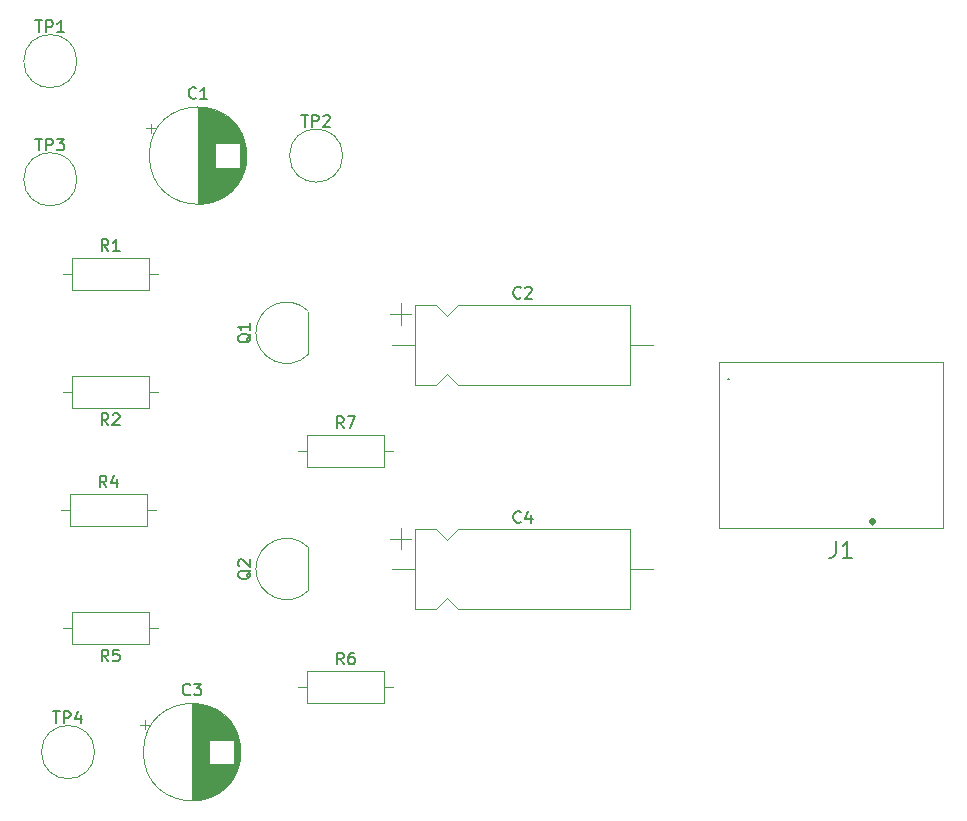
<source format=gbr>
%TF.GenerationSoftware,KiCad,Pcbnew,9.0.2*%
%TF.CreationDate,2025-06-19T00:07:16-03:00*%
%TF.ProjectId,emitterFollower,656d6974-7465-4724-966f-6c6c6f776572,rev?*%
%TF.SameCoordinates,Original*%
%TF.FileFunction,Legend,Top*%
%TF.FilePolarity,Positive*%
%FSLAX46Y46*%
G04 Gerber Fmt 4.6, Leading zero omitted, Abs format (unit mm)*
G04 Created by KiCad (PCBNEW 9.0.2) date 2025-06-19 00:07:16*
%MOMM*%
%LPD*%
G01*
G04 APERTURE LIST*
%ADD10C,0.150000*%
%ADD11C,0.100000*%
%ADD12C,0.340000*%
%ADD13C,0.127000*%
%ADD14C,0.120000*%
G04 APERTURE END LIST*
D10*
X171485040Y-72637462D02*
X171485040Y-73638519D01*
X171485040Y-73638519D02*
X171418303Y-73838730D01*
X171418303Y-73838730D02*
X171284829Y-73972205D01*
X171284829Y-73972205D02*
X171084617Y-74038942D01*
X171084617Y-74038942D02*
X170951143Y-74038942D01*
X172886520Y-74038942D02*
X172085674Y-74038942D01*
X172486097Y-74038942D02*
X172486097Y-72637462D01*
X172486097Y-72637462D02*
X172352623Y-72837673D01*
X172352623Y-72837673D02*
X172219148Y-72971147D01*
X172219148Y-72971147D02*
X172085674Y-73037885D01*
X105238095Y-87056819D02*
X105809523Y-87056819D01*
X105523809Y-88056819D02*
X105523809Y-87056819D01*
X106142857Y-88056819D02*
X106142857Y-87056819D01*
X106142857Y-87056819D02*
X106523809Y-87056819D01*
X106523809Y-87056819D02*
X106619047Y-87104438D01*
X106619047Y-87104438D02*
X106666666Y-87152057D01*
X106666666Y-87152057D02*
X106714285Y-87247295D01*
X106714285Y-87247295D02*
X106714285Y-87390152D01*
X106714285Y-87390152D02*
X106666666Y-87485390D01*
X106666666Y-87485390D02*
X106619047Y-87533009D01*
X106619047Y-87533009D02*
X106523809Y-87580628D01*
X106523809Y-87580628D02*
X106142857Y-87580628D01*
X107571428Y-87390152D02*
X107571428Y-88056819D01*
X107333333Y-87009200D02*
X107095238Y-87723485D01*
X107095238Y-87723485D02*
X107714285Y-87723485D01*
X116833333Y-85609580D02*
X116785714Y-85657200D01*
X116785714Y-85657200D02*
X116642857Y-85704819D01*
X116642857Y-85704819D02*
X116547619Y-85704819D01*
X116547619Y-85704819D02*
X116404762Y-85657200D01*
X116404762Y-85657200D02*
X116309524Y-85561961D01*
X116309524Y-85561961D02*
X116261905Y-85466723D01*
X116261905Y-85466723D02*
X116214286Y-85276247D01*
X116214286Y-85276247D02*
X116214286Y-85133390D01*
X116214286Y-85133390D02*
X116261905Y-84942914D01*
X116261905Y-84942914D02*
X116309524Y-84847676D01*
X116309524Y-84847676D02*
X116404762Y-84752438D01*
X116404762Y-84752438D02*
X116547619Y-84704819D01*
X116547619Y-84704819D02*
X116642857Y-84704819D01*
X116642857Y-84704819D02*
X116785714Y-84752438D01*
X116785714Y-84752438D02*
X116833333Y-84800057D01*
X117166667Y-84704819D02*
X117785714Y-84704819D01*
X117785714Y-84704819D02*
X117452381Y-85085771D01*
X117452381Y-85085771D02*
X117595238Y-85085771D01*
X117595238Y-85085771D02*
X117690476Y-85133390D01*
X117690476Y-85133390D02*
X117738095Y-85181009D01*
X117738095Y-85181009D02*
X117785714Y-85276247D01*
X117785714Y-85276247D02*
X117785714Y-85514342D01*
X117785714Y-85514342D02*
X117738095Y-85609580D01*
X117738095Y-85609580D02*
X117690476Y-85657200D01*
X117690476Y-85657200D02*
X117595238Y-85704819D01*
X117595238Y-85704819D02*
X117309524Y-85704819D01*
X117309524Y-85704819D02*
X117214286Y-85657200D01*
X117214286Y-85657200D02*
X117166667Y-85609580D01*
X129833333Y-63084819D02*
X129500000Y-62608628D01*
X129261905Y-63084819D02*
X129261905Y-62084819D01*
X129261905Y-62084819D02*
X129642857Y-62084819D01*
X129642857Y-62084819D02*
X129738095Y-62132438D01*
X129738095Y-62132438D02*
X129785714Y-62180057D01*
X129785714Y-62180057D02*
X129833333Y-62275295D01*
X129833333Y-62275295D02*
X129833333Y-62418152D01*
X129833333Y-62418152D02*
X129785714Y-62513390D01*
X129785714Y-62513390D02*
X129738095Y-62561009D01*
X129738095Y-62561009D02*
X129642857Y-62608628D01*
X129642857Y-62608628D02*
X129261905Y-62608628D01*
X130166667Y-62084819D02*
X130833333Y-62084819D01*
X130833333Y-62084819D02*
X130404762Y-63084819D01*
X121990057Y-55095238D02*
X121942438Y-55190476D01*
X121942438Y-55190476D02*
X121847200Y-55285714D01*
X121847200Y-55285714D02*
X121704342Y-55428571D01*
X121704342Y-55428571D02*
X121656723Y-55523809D01*
X121656723Y-55523809D02*
X121656723Y-55619047D01*
X121894819Y-55571428D02*
X121847200Y-55666666D01*
X121847200Y-55666666D02*
X121751961Y-55761904D01*
X121751961Y-55761904D02*
X121561485Y-55809523D01*
X121561485Y-55809523D02*
X121228152Y-55809523D01*
X121228152Y-55809523D02*
X121037676Y-55761904D01*
X121037676Y-55761904D02*
X120942438Y-55666666D01*
X120942438Y-55666666D02*
X120894819Y-55571428D01*
X120894819Y-55571428D02*
X120894819Y-55380952D01*
X120894819Y-55380952D02*
X120942438Y-55285714D01*
X120942438Y-55285714D02*
X121037676Y-55190476D01*
X121037676Y-55190476D02*
X121228152Y-55142857D01*
X121228152Y-55142857D02*
X121561485Y-55142857D01*
X121561485Y-55142857D02*
X121751961Y-55190476D01*
X121751961Y-55190476D02*
X121847200Y-55285714D01*
X121847200Y-55285714D02*
X121894819Y-55380952D01*
X121894819Y-55380952D02*
X121894819Y-55571428D01*
X121894819Y-54190476D02*
X121894819Y-54761904D01*
X121894819Y-54476190D02*
X120894819Y-54476190D01*
X120894819Y-54476190D02*
X121037676Y-54571428D01*
X121037676Y-54571428D02*
X121132914Y-54666666D01*
X121132914Y-54666666D02*
X121180533Y-54761904D01*
X121990057Y-75095238D02*
X121942438Y-75190476D01*
X121942438Y-75190476D02*
X121847200Y-75285714D01*
X121847200Y-75285714D02*
X121704342Y-75428571D01*
X121704342Y-75428571D02*
X121656723Y-75523809D01*
X121656723Y-75523809D02*
X121656723Y-75619047D01*
X121894819Y-75571428D02*
X121847200Y-75666666D01*
X121847200Y-75666666D02*
X121751961Y-75761904D01*
X121751961Y-75761904D02*
X121561485Y-75809523D01*
X121561485Y-75809523D02*
X121228152Y-75809523D01*
X121228152Y-75809523D02*
X121037676Y-75761904D01*
X121037676Y-75761904D02*
X120942438Y-75666666D01*
X120942438Y-75666666D02*
X120894819Y-75571428D01*
X120894819Y-75571428D02*
X120894819Y-75380952D01*
X120894819Y-75380952D02*
X120942438Y-75285714D01*
X120942438Y-75285714D02*
X121037676Y-75190476D01*
X121037676Y-75190476D02*
X121228152Y-75142857D01*
X121228152Y-75142857D02*
X121561485Y-75142857D01*
X121561485Y-75142857D02*
X121751961Y-75190476D01*
X121751961Y-75190476D02*
X121847200Y-75285714D01*
X121847200Y-75285714D02*
X121894819Y-75380952D01*
X121894819Y-75380952D02*
X121894819Y-75571428D01*
X120990057Y-74761904D02*
X120942438Y-74714285D01*
X120942438Y-74714285D02*
X120894819Y-74619047D01*
X120894819Y-74619047D02*
X120894819Y-74380952D01*
X120894819Y-74380952D02*
X120942438Y-74285714D01*
X120942438Y-74285714D02*
X120990057Y-74238095D01*
X120990057Y-74238095D02*
X121085295Y-74190476D01*
X121085295Y-74190476D02*
X121180533Y-74190476D01*
X121180533Y-74190476D02*
X121323390Y-74238095D01*
X121323390Y-74238095D02*
X121894819Y-74809523D01*
X121894819Y-74809523D02*
X121894819Y-74190476D01*
X103738095Y-38556819D02*
X104309523Y-38556819D01*
X104023809Y-39556819D02*
X104023809Y-38556819D01*
X104642857Y-39556819D02*
X104642857Y-38556819D01*
X104642857Y-38556819D02*
X105023809Y-38556819D01*
X105023809Y-38556819D02*
X105119047Y-38604438D01*
X105119047Y-38604438D02*
X105166666Y-38652057D01*
X105166666Y-38652057D02*
X105214285Y-38747295D01*
X105214285Y-38747295D02*
X105214285Y-38890152D01*
X105214285Y-38890152D02*
X105166666Y-38985390D01*
X105166666Y-38985390D02*
X105119047Y-39033009D01*
X105119047Y-39033009D02*
X105023809Y-39080628D01*
X105023809Y-39080628D02*
X104642857Y-39080628D01*
X105547619Y-38556819D02*
X106166666Y-38556819D01*
X106166666Y-38556819D02*
X105833333Y-38937771D01*
X105833333Y-38937771D02*
X105976190Y-38937771D01*
X105976190Y-38937771D02*
X106071428Y-38985390D01*
X106071428Y-38985390D02*
X106119047Y-39033009D01*
X106119047Y-39033009D02*
X106166666Y-39128247D01*
X106166666Y-39128247D02*
X106166666Y-39366342D01*
X106166666Y-39366342D02*
X106119047Y-39461580D01*
X106119047Y-39461580D02*
X106071428Y-39509200D01*
X106071428Y-39509200D02*
X105976190Y-39556819D01*
X105976190Y-39556819D02*
X105690476Y-39556819D01*
X105690476Y-39556819D02*
X105595238Y-39509200D01*
X105595238Y-39509200D02*
X105547619Y-39461580D01*
X126238095Y-36556819D02*
X126809523Y-36556819D01*
X126523809Y-37556819D02*
X126523809Y-36556819D01*
X127142857Y-37556819D02*
X127142857Y-36556819D01*
X127142857Y-36556819D02*
X127523809Y-36556819D01*
X127523809Y-36556819D02*
X127619047Y-36604438D01*
X127619047Y-36604438D02*
X127666666Y-36652057D01*
X127666666Y-36652057D02*
X127714285Y-36747295D01*
X127714285Y-36747295D02*
X127714285Y-36890152D01*
X127714285Y-36890152D02*
X127666666Y-36985390D01*
X127666666Y-36985390D02*
X127619047Y-37033009D01*
X127619047Y-37033009D02*
X127523809Y-37080628D01*
X127523809Y-37080628D02*
X127142857Y-37080628D01*
X128095238Y-36652057D02*
X128142857Y-36604438D01*
X128142857Y-36604438D02*
X128238095Y-36556819D01*
X128238095Y-36556819D02*
X128476190Y-36556819D01*
X128476190Y-36556819D02*
X128571428Y-36604438D01*
X128571428Y-36604438D02*
X128619047Y-36652057D01*
X128619047Y-36652057D02*
X128666666Y-36747295D01*
X128666666Y-36747295D02*
X128666666Y-36842533D01*
X128666666Y-36842533D02*
X128619047Y-36985390D01*
X128619047Y-36985390D02*
X128047619Y-37556819D01*
X128047619Y-37556819D02*
X128666666Y-37556819D01*
X103738095Y-28556819D02*
X104309523Y-28556819D01*
X104023809Y-29556819D02*
X104023809Y-28556819D01*
X104642857Y-29556819D02*
X104642857Y-28556819D01*
X104642857Y-28556819D02*
X105023809Y-28556819D01*
X105023809Y-28556819D02*
X105119047Y-28604438D01*
X105119047Y-28604438D02*
X105166666Y-28652057D01*
X105166666Y-28652057D02*
X105214285Y-28747295D01*
X105214285Y-28747295D02*
X105214285Y-28890152D01*
X105214285Y-28890152D02*
X105166666Y-28985390D01*
X105166666Y-28985390D02*
X105119047Y-29033009D01*
X105119047Y-29033009D02*
X105023809Y-29080628D01*
X105023809Y-29080628D02*
X104642857Y-29080628D01*
X106166666Y-29556819D02*
X105595238Y-29556819D01*
X105880952Y-29556819D02*
X105880952Y-28556819D01*
X105880952Y-28556819D02*
X105785714Y-28699676D01*
X105785714Y-28699676D02*
X105690476Y-28794914D01*
X105690476Y-28794914D02*
X105595238Y-28842533D01*
X129833333Y-83084819D02*
X129500000Y-82608628D01*
X129261905Y-83084819D02*
X129261905Y-82084819D01*
X129261905Y-82084819D02*
X129642857Y-82084819D01*
X129642857Y-82084819D02*
X129738095Y-82132438D01*
X129738095Y-82132438D02*
X129785714Y-82180057D01*
X129785714Y-82180057D02*
X129833333Y-82275295D01*
X129833333Y-82275295D02*
X129833333Y-82418152D01*
X129833333Y-82418152D02*
X129785714Y-82513390D01*
X129785714Y-82513390D02*
X129738095Y-82561009D01*
X129738095Y-82561009D02*
X129642857Y-82608628D01*
X129642857Y-82608628D02*
X129261905Y-82608628D01*
X130690476Y-82084819D02*
X130500000Y-82084819D01*
X130500000Y-82084819D02*
X130404762Y-82132438D01*
X130404762Y-82132438D02*
X130357143Y-82180057D01*
X130357143Y-82180057D02*
X130261905Y-82322914D01*
X130261905Y-82322914D02*
X130214286Y-82513390D01*
X130214286Y-82513390D02*
X130214286Y-82894342D01*
X130214286Y-82894342D02*
X130261905Y-82989580D01*
X130261905Y-82989580D02*
X130309524Y-83037200D01*
X130309524Y-83037200D02*
X130404762Y-83084819D01*
X130404762Y-83084819D02*
X130595238Y-83084819D01*
X130595238Y-83084819D02*
X130690476Y-83037200D01*
X130690476Y-83037200D02*
X130738095Y-82989580D01*
X130738095Y-82989580D02*
X130785714Y-82894342D01*
X130785714Y-82894342D02*
X130785714Y-82656247D01*
X130785714Y-82656247D02*
X130738095Y-82561009D01*
X130738095Y-82561009D02*
X130690476Y-82513390D01*
X130690476Y-82513390D02*
X130595238Y-82465771D01*
X130595238Y-82465771D02*
X130404762Y-82465771D01*
X130404762Y-82465771D02*
X130309524Y-82513390D01*
X130309524Y-82513390D02*
X130261905Y-82561009D01*
X130261905Y-82561009D02*
X130214286Y-82656247D01*
X109913333Y-82824819D02*
X109580000Y-82348628D01*
X109341905Y-82824819D02*
X109341905Y-81824819D01*
X109341905Y-81824819D02*
X109722857Y-81824819D01*
X109722857Y-81824819D02*
X109818095Y-81872438D01*
X109818095Y-81872438D02*
X109865714Y-81920057D01*
X109865714Y-81920057D02*
X109913333Y-82015295D01*
X109913333Y-82015295D02*
X109913333Y-82158152D01*
X109913333Y-82158152D02*
X109865714Y-82253390D01*
X109865714Y-82253390D02*
X109818095Y-82301009D01*
X109818095Y-82301009D02*
X109722857Y-82348628D01*
X109722857Y-82348628D02*
X109341905Y-82348628D01*
X110818095Y-81824819D02*
X110341905Y-81824819D01*
X110341905Y-81824819D02*
X110294286Y-82301009D01*
X110294286Y-82301009D02*
X110341905Y-82253390D01*
X110341905Y-82253390D02*
X110437143Y-82205771D01*
X110437143Y-82205771D02*
X110675238Y-82205771D01*
X110675238Y-82205771D02*
X110770476Y-82253390D01*
X110770476Y-82253390D02*
X110818095Y-82301009D01*
X110818095Y-82301009D02*
X110865714Y-82396247D01*
X110865714Y-82396247D02*
X110865714Y-82634342D01*
X110865714Y-82634342D02*
X110818095Y-82729580D01*
X110818095Y-82729580D02*
X110770476Y-82777200D01*
X110770476Y-82777200D02*
X110675238Y-82824819D01*
X110675238Y-82824819D02*
X110437143Y-82824819D01*
X110437143Y-82824819D02*
X110341905Y-82777200D01*
X110341905Y-82777200D02*
X110294286Y-82729580D01*
X109753333Y-68084819D02*
X109420000Y-67608628D01*
X109181905Y-68084819D02*
X109181905Y-67084819D01*
X109181905Y-67084819D02*
X109562857Y-67084819D01*
X109562857Y-67084819D02*
X109658095Y-67132438D01*
X109658095Y-67132438D02*
X109705714Y-67180057D01*
X109705714Y-67180057D02*
X109753333Y-67275295D01*
X109753333Y-67275295D02*
X109753333Y-67418152D01*
X109753333Y-67418152D02*
X109705714Y-67513390D01*
X109705714Y-67513390D02*
X109658095Y-67561009D01*
X109658095Y-67561009D02*
X109562857Y-67608628D01*
X109562857Y-67608628D02*
X109181905Y-67608628D01*
X110610476Y-67418152D02*
X110610476Y-68084819D01*
X110372381Y-67037200D02*
X110134286Y-67751485D01*
X110134286Y-67751485D02*
X110753333Y-67751485D01*
X109913333Y-62824819D02*
X109580000Y-62348628D01*
X109341905Y-62824819D02*
X109341905Y-61824819D01*
X109341905Y-61824819D02*
X109722857Y-61824819D01*
X109722857Y-61824819D02*
X109818095Y-61872438D01*
X109818095Y-61872438D02*
X109865714Y-61920057D01*
X109865714Y-61920057D02*
X109913333Y-62015295D01*
X109913333Y-62015295D02*
X109913333Y-62158152D01*
X109913333Y-62158152D02*
X109865714Y-62253390D01*
X109865714Y-62253390D02*
X109818095Y-62301009D01*
X109818095Y-62301009D02*
X109722857Y-62348628D01*
X109722857Y-62348628D02*
X109341905Y-62348628D01*
X110294286Y-61920057D02*
X110341905Y-61872438D01*
X110341905Y-61872438D02*
X110437143Y-61824819D01*
X110437143Y-61824819D02*
X110675238Y-61824819D01*
X110675238Y-61824819D02*
X110770476Y-61872438D01*
X110770476Y-61872438D02*
X110818095Y-61920057D01*
X110818095Y-61920057D02*
X110865714Y-62015295D01*
X110865714Y-62015295D02*
X110865714Y-62110533D01*
X110865714Y-62110533D02*
X110818095Y-62253390D01*
X110818095Y-62253390D02*
X110246667Y-62824819D01*
X110246667Y-62824819D02*
X110865714Y-62824819D01*
X109913333Y-48084819D02*
X109580000Y-47608628D01*
X109341905Y-48084819D02*
X109341905Y-47084819D01*
X109341905Y-47084819D02*
X109722857Y-47084819D01*
X109722857Y-47084819D02*
X109818095Y-47132438D01*
X109818095Y-47132438D02*
X109865714Y-47180057D01*
X109865714Y-47180057D02*
X109913333Y-47275295D01*
X109913333Y-47275295D02*
X109913333Y-47418152D01*
X109913333Y-47418152D02*
X109865714Y-47513390D01*
X109865714Y-47513390D02*
X109818095Y-47561009D01*
X109818095Y-47561009D02*
X109722857Y-47608628D01*
X109722857Y-47608628D02*
X109341905Y-47608628D01*
X110865714Y-48084819D02*
X110294286Y-48084819D01*
X110580000Y-48084819D02*
X110580000Y-47084819D01*
X110580000Y-47084819D02*
X110484762Y-47227676D01*
X110484762Y-47227676D02*
X110389524Y-47322914D01*
X110389524Y-47322914D02*
X110294286Y-47370533D01*
X144833333Y-71007080D02*
X144785714Y-71054700D01*
X144785714Y-71054700D02*
X144642857Y-71102319D01*
X144642857Y-71102319D02*
X144547619Y-71102319D01*
X144547619Y-71102319D02*
X144404762Y-71054700D01*
X144404762Y-71054700D02*
X144309524Y-70959461D01*
X144309524Y-70959461D02*
X144261905Y-70864223D01*
X144261905Y-70864223D02*
X144214286Y-70673747D01*
X144214286Y-70673747D02*
X144214286Y-70530890D01*
X144214286Y-70530890D02*
X144261905Y-70340414D01*
X144261905Y-70340414D02*
X144309524Y-70245176D01*
X144309524Y-70245176D02*
X144404762Y-70149938D01*
X144404762Y-70149938D02*
X144547619Y-70102319D01*
X144547619Y-70102319D02*
X144642857Y-70102319D01*
X144642857Y-70102319D02*
X144785714Y-70149938D01*
X144785714Y-70149938D02*
X144833333Y-70197557D01*
X145690476Y-70435652D02*
X145690476Y-71102319D01*
X145452381Y-70054700D02*
X145214286Y-70768985D01*
X145214286Y-70768985D02*
X145833333Y-70768985D01*
X144833333Y-52007080D02*
X144785714Y-52054700D01*
X144785714Y-52054700D02*
X144642857Y-52102319D01*
X144642857Y-52102319D02*
X144547619Y-52102319D01*
X144547619Y-52102319D02*
X144404762Y-52054700D01*
X144404762Y-52054700D02*
X144309524Y-51959461D01*
X144309524Y-51959461D02*
X144261905Y-51864223D01*
X144261905Y-51864223D02*
X144214286Y-51673747D01*
X144214286Y-51673747D02*
X144214286Y-51530890D01*
X144214286Y-51530890D02*
X144261905Y-51340414D01*
X144261905Y-51340414D02*
X144309524Y-51245176D01*
X144309524Y-51245176D02*
X144404762Y-51149938D01*
X144404762Y-51149938D02*
X144547619Y-51102319D01*
X144547619Y-51102319D02*
X144642857Y-51102319D01*
X144642857Y-51102319D02*
X144785714Y-51149938D01*
X144785714Y-51149938D02*
X144833333Y-51197557D01*
X145214286Y-51197557D02*
X145261905Y-51149938D01*
X145261905Y-51149938D02*
X145357143Y-51102319D01*
X145357143Y-51102319D02*
X145595238Y-51102319D01*
X145595238Y-51102319D02*
X145690476Y-51149938D01*
X145690476Y-51149938D02*
X145738095Y-51197557D01*
X145738095Y-51197557D02*
X145785714Y-51292795D01*
X145785714Y-51292795D02*
X145785714Y-51388033D01*
X145785714Y-51388033D02*
X145738095Y-51530890D01*
X145738095Y-51530890D02*
X145166667Y-52102319D01*
X145166667Y-52102319D02*
X145785714Y-52102319D01*
X117333333Y-35109580D02*
X117285714Y-35157200D01*
X117285714Y-35157200D02*
X117142857Y-35204819D01*
X117142857Y-35204819D02*
X117047619Y-35204819D01*
X117047619Y-35204819D02*
X116904762Y-35157200D01*
X116904762Y-35157200D02*
X116809524Y-35061961D01*
X116809524Y-35061961D02*
X116761905Y-34966723D01*
X116761905Y-34966723D02*
X116714286Y-34776247D01*
X116714286Y-34776247D02*
X116714286Y-34633390D01*
X116714286Y-34633390D02*
X116761905Y-34442914D01*
X116761905Y-34442914D02*
X116809524Y-34347676D01*
X116809524Y-34347676D02*
X116904762Y-34252438D01*
X116904762Y-34252438D02*
X117047619Y-34204819D01*
X117047619Y-34204819D02*
X117142857Y-34204819D01*
X117142857Y-34204819D02*
X117285714Y-34252438D01*
X117285714Y-34252438D02*
X117333333Y-34300057D01*
X118285714Y-35204819D02*
X117714286Y-35204819D01*
X118000000Y-35204819D02*
X118000000Y-34204819D01*
X118000000Y-34204819D02*
X117904762Y-34347676D01*
X117904762Y-34347676D02*
X117809524Y-34442914D01*
X117809524Y-34442914D02*
X117714286Y-34490533D01*
%TO.C,J1*%
D11*
X180600000Y-71500000D02*
X161600000Y-71500000D01*
X161600000Y-57500000D01*
X180600000Y-57500000D01*
X180600000Y-71500000D01*
D12*
X174770000Y-71000000D02*
G75*
G02*
X174430000Y-71000000I-170000J0D01*
G01*
X174430000Y-71000000D02*
G75*
G02*
X174770000Y-71000000I170000J0D01*
G01*
D13*
X162400000Y-58950000D02*
X162500000Y-58950000D01*
D14*
%TO.C,TP4*%
X108750000Y-90500000D02*
G75*
G02*
X104250000Y-90500000I-2250000J0D01*
G01*
X104250000Y-90500000D02*
G75*
G02*
X108750000Y-90500000I2250000J0D01*
G01*
%TO.C,C3*%
X112590302Y-88185000D02*
X113390302Y-88185000D01*
X112990302Y-87785000D02*
X112990302Y-88585000D01*
X117000000Y-86420000D02*
X117000000Y-94580000D01*
X117040000Y-86420000D02*
X117040000Y-94580000D01*
X117080000Y-86421000D02*
X117080000Y-94579000D01*
X117120000Y-86422000D02*
X117120000Y-94578000D01*
X117160000Y-86423000D02*
X117160000Y-94577000D01*
X117200000Y-86425000D02*
X117200000Y-94575000D01*
X117240000Y-86427000D02*
X117240000Y-94573000D01*
X117280000Y-86430000D02*
X117280000Y-94570000D01*
X117320000Y-86432000D02*
X117320000Y-94568000D01*
X117360000Y-86436000D02*
X117360000Y-94564000D01*
X117400000Y-86439000D02*
X117400000Y-94561000D01*
X117440000Y-86444000D02*
X117440000Y-94556000D01*
X117480000Y-86448000D02*
X117480000Y-94552000D01*
X117520000Y-86453000D02*
X117520000Y-94547000D01*
X117560000Y-86458000D02*
X117560000Y-94542000D01*
X117600000Y-86464000D02*
X117600000Y-94536000D01*
X117640000Y-86470000D02*
X117640000Y-94530000D01*
X117680000Y-86477000D02*
X117680000Y-94523000D01*
X117720000Y-86483000D02*
X117720000Y-94517000D01*
X117760000Y-86491000D02*
X117760000Y-94509000D01*
X117800000Y-86498000D02*
X117800000Y-94502000D01*
X117840000Y-86507000D02*
X117840000Y-94493000D01*
X117880000Y-86515000D02*
X117880000Y-94485000D01*
X117920000Y-86524000D02*
X117920000Y-94476000D01*
X117960000Y-86533000D02*
X117960000Y-94467000D01*
X118000000Y-86543000D02*
X118000000Y-94457000D01*
X118040000Y-86553000D02*
X118040000Y-94447000D01*
X118080000Y-86564000D02*
X118080000Y-94436000D01*
X118120000Y-86575000D02*
X118120000Y-94425000D01*
X118160000Y-86587000D02*
X118160000Y-94413000D01*
X118200000Y-86599000D02*
X118200000Y-94401000D01*
X118240000Y-86611000D02*
X118240000Y-94389000D01*
X118280000Y-86624000D02*
X118280000Y-94376000D01*
X118320000Y-86637000D02*
X118320000Y-94363000D01*
X118360000Y-86651000D02*
X118360000Y-94349000D01*
X118400000Y-86665000D02*
X118400000Y-94335000D01*
X118440000Y-86680000D02*
X118440000Y-94320000D01*
X118480000Y-86695000D02*
X118480000Y-89460000D01*
X118480000Y-91540000D02*
X118480000Y-94305000D01*
X118520000Y-86711000D02*
X118520000Y-89460000D01*
X118520000Y-91540000D02*
X118520000Y-94289000D01*
X118560000Y-86727000D02*
X118560000Y-89460000D01*
X118560000Y-91540000D02*
X118560000Y-94273000D01*
X118600000Y-86743000D02*
X118600000Y-89460000D01*
X118600000Y-91540000D02*
X118600000Y-94257000D01*
X118640000Y-86760000D02*
X118640000Y-89460000D01*
X118640000Y-91540000D02*
X118640000Y-94240000D01*
X118680000Y-86778000D02*
X118680000Y-89460000D01*
X118680000Y-91540000D02*
X118680000Y-94222000D01*
X118720000Y-86796000D02*
X118720000Y-89460000D01*
X118720000Y-91540000D02*
X118720000Y-94204000D01*
X118760000Y-86815000D02*
X118760000Y-89460000D01*
X118760000Y-91540000D02*
X118760000Y-94185000D01*
X118800000Y-86834000D02*
X118800000Y-89460000D01*
X118800000Y-91540000D02*
X118800000Y-94166000D01*
X118840000Y-86854000D02*
X118840000Y-89460000D01*
X118840000Y-91540000D02*
X118840000Y-94146000D01*
X118880000Y-86874000D02*
X118880000Y-89460000D01*
X118880000Y-91540000D02*
X118880000Y-94126000D01*
X118920000Y-86895000D02*
X118920000Y-89460000D01*
X118920000Y-91540000D02*
X118920000Y-94105000D01*
X118960000Y-86916000D02*
X118960000Y-89460000D01*
X118960000Y-91540000D02*
X118960000Y-94084000D01*
X119000000Y-86938000D02*
X119000000Y-89460000D01*
X119000000Y-91540000D02*
X119000000Y-94062000D01*
X119040000Y-86961000D02*
X119040000Y-89460000D01*
X119040000Y-91540000D02*
X119040000Y-94039000D01*
X119080000Y-86984000D02*
X119080000Y-89460000D01*
X119080000Y-91540000D02*
X119080000Y-94016000D01*
X119120000Y-87007000D02*
X119120000Y-89460000D01*
X119120000Y-91540000D02*
X119120000Y-93993000D01*
X119160000Y-87032000D02*
X119160000Y-89460000D01*
X119160000Y-91540000D02*
X119160000Y-93968000D01*
X119200000Y-87057000D02*
X119200000Y-89460000D01*
X119200000Y-91540000D02*
X119200000Y-93943000D01*
X119240000Y-87082000D02*
X119240000Y-89460000D01*
X119240000Y-91540000D02*
X119240000Y-93918000D01*
X119280000Y-87108000D02*
X119280000Y-89460000D01*
X119280000Y-91540000D02*
X119280000Y-93892000D01*
X119320000Y-87135000D02*
X119320000Y-89460000D01*
X119320000Y-91540000D02*
X119320000Y-93865000D01*
X119360000Y-87163000D02*
X119360000Y-89460000D01*
X119360000Y-91540000D02*
X119360000Y-93837000D01*
X119400000Y-87191000D02*
X119400000Y-89460000D01*
X119400000Y-91540000D02*
X119400000Y-93809000D01*
X119440000Y-87220000D02*
X119440000Y-89460000D01*
X119440000Y-91540000D02*
X119440000Y-93780000D01*
X119480000Y-87250000D02*
X119480000Y-89460000D01*
X119480000Y-91540000D02*
X119480000Y-93750000D01*
X119520000Y-87281000D02*
X119520000Y-89460000D01*
X119520000Y-91540000D02*
X119520000Y-93719000D01*
X119560000Y-87312000D02*
X119560000Y-89460000D01*
X119560000Y-91540000D02*
X119560000Y-93688000D01*
X119600000Y-87344000D02*
X119600000Y-89460000D01*
X119600000Y-91540000D02*
X119600000Y-93656000D01*
X119640000Y-87377000D02*
X119640000Y-89460000D01*
X119640000Y-91540000D02*
X119640000Y-93623000D01*
X119680000Y-87411000D02*
X119680000Y-89460000D01*
X119680000Y-91540000D02*
X119680000Y-93589000D01*
X119720000Y-87445000D02*
X119720000Y-89460000D01*
X119720000Y-91540000D02*
X119720000Y-93555000D01*
X119760000Y-87481000D02*
X119760000Y-89460000D01*
X119760000Y-91540000D02*
X119760000Y-93519000D01*
X119800000Y-87518000D02*
X119800000Y-89460000D01*
X119800000Y-91540000D02*
X119800000Y-93482000D01*
X119840000Y-87555000D02*
X119840000Y-89460000D01*
X119840000Y-91540000D02*
X119840000Y-93445000D01*
X119880000Y-87594000D02*
X119880000Y-89460000D01*
X119880000Y-91540000D02*
X119880000Y-93406000D01*
X119920000Y-87633000D02*
X119920000Y-89460000D01*
X119920000Y-91540000D02*
X119920000Y-93367000D01*
X119960000Y-87674000D02*
X119960000Y-89460000D01*
X119960000Y-91540000D02*
X119960000Y-93326000D01*
X120000000Y-87716000D02*
X120000000Y-89460000D01*
X120000000Y-91540000D02*
X120000000Y-93284000D01*
X120040000Y-87759000D02*
X120040000Y-89460000D01*
X120040000Y-91540000D02*
X120040000Y-93241000D01*
X120080000Y-87804000D02*
X120080000Y-89460000D01*
X120080000Y-91540000D02*
X120080000Y-93196000D01*
X120120000Y-87849000D02*
X120120000Y-89460000D01*
X120120000Y-91540000D02*
X120120000Y-93151000D01*
X120160000Y-87896000D02*
X120160000Y-89460000D01*
X120160000Y-91540000D02*
X120160000Y-93104000D01*
X120200000Y-87945000D02*
X120200000Y-89460000D01*
X120200000Y-91540000D02*
X120200000Y-93055000D01*
X120240000Y-87995000D02*
X120240000Y-89460000D01*
X120240000Y-91540000D02*
X120240000Y-93005000D01*
X120280000Y-88047000D02*
X120280000Y-89460000D01*
X120280000Y-91540000D02*
X120280000Y-92953000D01*
X120320000Y-88100000D02*
X120320000Y-89460000D01*
X120320000Y-91540000D02*
X120320000Y-92900000D01*
X120360000Y-88156000D02*
X120360000Y-89460000D01*
X120360000Y-91540000D02*
X120360000Y-92844000D01*
X120400000Y-88213000D02*
X120400000Y-89460000D01*
X120400000Y-91540000D02*
X120400000Y-92787000D01*
X120440000Y-88273000D02*
X120440000Y-89460000D01*
X120440000Y-91540000D02*
X120440000Y-92727000D01*
X120480000Y-88335000D02*
X120480000Y-89460000D01*
X120480000Y-91540000D02*
X120480000Y-92665000D01*
X120520000Y-88399000D02*
X120520000Y-89460000D01*
X120520000Y-91540000D02*
X120520000Y-92601000D01*
X120560000Y-88466000D02*
X120560000Y-92534000D01*
X120600000Y-88536000D02*
X120600000Y-92464000D01*
X120640000Y-88610000D02*
X120640000Y-92390000D01*
X120680000Y-88687000D02*
X120680000Y-92313000D01*
X120720000Y-88769000D02*
X120720000Y-92231000D01*
X120760000Y-88856000D02*
X120760000Y-92144000D01*
X120800000Y-88948000D02*
X120800000Y-92052000D01*
X120840000Y-89047000D02*
X120840000Y-91953000D01*
X120880000Y-89154000D02*
X120880000Y-91846000D01*
X120920000Y-89272000D02*
X120920000Y-91728000D01*
X120960000Y-89403000D02*
X120960000Y-91597000D01*
X121000000Y-89553000D02*
X121000000Y-91447000D01*
X121040000Y-89732000D02*
X121040000Y-91268000D01*
X121080000Y-89967000D02*
X121080000Y-91033000D01*
X121120000Y-90500000D02*
G75*
G02*
X112880000Y-90500000I-4120000J0D01*
G01*
X112880000Y-90500000D02*
G75*
G02*
X121120000Y-90500000I4120000J0D01*
G01*
%TO.C,R7*%
X125960000Y-65000000D02*
X126730000Y-65000000D01*
X134040000Y-65000000D02*
X133270000Y-65000000D01*
X126730000Y-63630000D02*
X133270000Y-63630000D01*
X133270000Y-66370000D01*
X126730000Y-66370000D01*
X126730000Y-63630000D01*
%TO.C,Q1*%
X126850000Y-56800000D02*
X126850000Y-53200000D01*
X126838478Y-56838478D02*
G75*
G02*
X122399999Y-55000000I-1838478J1838478D01*
G01*
X122400000Y-55000000D02*
G75*
G02*
X126838478Y-53161522I2600000J0D01*
G01*
%TO.C,Q2*%
X126850000Y-76800000D02*
X126850000Y-73200000D01*
X126838478Y-76838478D02*
G75*
G02*
X122399999Y-75000000I-1838478J1838478D01*
G01*
X122400000Y-75000000D02*
G75*
G02*
X126838478Y-73161522I2600000J0D01*
G01*
%TO.C,TP3*%
X107250000Y-42000000D02*
G75*
G02*
X102750000Y-42000000I-2250000J0D01*
G01*
X102750000Y-42000000D02*
G75*
G02*
X107250000Y-42000000I2250000J0D01*
G01*
%TO.C,TP2*%
X129750000Y-40000000D02*
G75*
G02*
X125250000Y-40000000I-2250000J0D01*
G01*
X125250000Y-40000000D02*
G75*
G02*
X129750000Y-40000000I2250000J0D01*
G01*
%TO.C,TP1*%
X107250000Y-32000000D02*
G75*
G02*
X102750000Y-32000000I-2250000J0D01*
G01*
X102750000Y-32000000D02*
G75*
G02*
X107250000Y-32000000I2250000J0D01*
G01*
%TO.C,R6*%
X125960000Y-85000000D02*
X126730000Y-85000000D01*
X134040000Y-85000000D02*
X133270000Y-85000000D01*
X126730000Y-83630000D02*
X133270000Y-83630000D01*
X133270000Y-86370000D01*
X126730000Y-86370000D01*
X126730000Y-83630000D01*
%TO.C,R5*%
X114120000Y-80000000D02*
X113350000Y-80000000D01*
X106040000Y-80000000D02*
X106810000Y-80000000D01*
X113350000Y-81370000D02*
X106810000Y-81370000D01*
X106810000Y-78630000D01*
X113350000Y-78630000D01*
X113350000Y-81370000D01*
%TO.C,R4*%
X105880000Y-70000000D02*
X106650000Y-70000000D01*
X113960000Y-70000000D02*
X113190000Y-70000000D01*
X106650000Y-68630000D02*
X113190000Y-68630000D01*
X113190000Y-71370000D01*
X106650000Y-71370000D01*
X106650000Y-68630000D01*
%TO.C,R2*%
X114120000Y-60000000D02*
X113350000Y-60000000D01*
X106040000Y-60000000D02*
X106810000Y-60000000D01*
X113350000Y-61370000D02*
X106810000Y-61370000D01*
X106810000Y-58630000D01*
X113350000Y-58630000D01*
X113350000Y-61370000D01*
%TO.C,R1*%
X106040000Y-50000000D02*
X106810000Y-50000000D01*
X114120000Y-50000000D02*
X113350000Y-50000000D01*
X106810000Y-48630000D02*
X113350000Y-48630000D01*
X113350000Y-51370000D01*
X106810000Y-51370000D01*
X106810000Y-48630000D01*
%TO.C,C4*%
X133780000Y-72417500D02*
X135580000Y-72417500D01*
X133940000Y-75017500D02*
X135880000Y-75017500D01*
X134680000Y-71517500D02*
X134680000Y-73317500D01*
X135880000Y-71647500D02*
X135880000Y-78387500D01*
X135880000Y-71647500D02*
X137680000Y-71647500D01*
X135880000Y-78387500D02*
X137680000Y-78387500D01*
X137680000Y-71647500D02*
X138580000Y-72547500D01*
X137680000Y-78387500D02*
X138580000Y-77487500D01*
X138580000Y-72547500D02*
X139480000Y-71647500D01*
X138580000Y-77487500D02*
X139480000Y-78387500D01*
X139480000Y-71647500D02*
X154120000Y-71647500D01*
X139480000Y-78387500D02*
X154120000Y-78387500D01*
X154120000Y-71647500D02*
X154120000Y-78387500D01*
X156060000Y-75017500D02*
X154120000Y-75017500D01*
%TO.C,C2*%
X133780000Y-53417500D02*
X135580000Y-53417500D01*
X133940000Y-56017500D02*
X135880000Y-56017500D01*
X134680000Y-52517500D02*
X134680000Y-54317500D01*
X135880000Y-52647500D02*
X135880000Y-59387500D01*
X135880000Y-52647500D02*
X137680000Y-52647500D01*
X135880000Y-59387500D02*
X137680000Y-59387500D01*
X137680000Y-52647500D02*
X138580000Y-53547500D01*
X137680000Y-59387500D02*
X138580000Y-58487500D01*
X138580000Y-53547500D02*
X139480000Y-52647500D01*
X138580000Y-58487500D02*
X139480000Y-59387500D01*
X139480000Y-52647500D02*
X154120000Y-52647500D01*
X139480000Y-59387500D02*
X154120000Y-59387500D01*
X154120000Y-52647500D02*
X154120000Y-59387500D01*
X156060000Y-56017500D02*
X154120000Y-56017500D01*
%TO.C,C1*%
X113090302Y-37685000D02*
X113890302Y-37685000D01*
X113490302Y-37285000D02*
X113490302Y-38085000D01*
X117500000Y-35920000D02*
X117500000Y-44080000D01*
X117540000Y-35920000D02*
X117540000Y-44080000D01*
X117580000Y-35921000D02*
X117580000Y-44079000D01*
X117620000Y-35922000D02*
X117620000Y-44078000D01*
X117660000Y-35923000D02*
X117660000Y-44077000D01*
X117700000Y-35925000D02*
X117700000Y-44075000D01*
X117740000Y-35927000D02*
X117740000Y-44073000D01*
X117780000Y-35930000D02*
X117780000Y-44070000D01*
X117820000Y-35932000D02*
X117820000Y-44068000D01*
X117860000Y-35936000D02*
X117860000Y-44064000D01*
X117900000Y-35939000D02*
X117900000Y-44061000D01*
X117940000Y-35944000D02*
X117940000Y-44056000D01*
X117980000Y-35948000D02*
X117980000Y-44052000D01*
X118020000Y-35953000D02*
X118020000Y-44047000D01*
X118060000Y-35958000D02*
X118060000Y-44042000D01*
X118100000Y-35964000D02*
X118100000Y-44036000D01*
X118140000Y-35970000D02*
X118140000Y-44030000D01*
X118180000Y-35977000D02*
X118180000Y-44023000D01*
X118220000Y-35983000D02*
X118220000Y-44017000D01*
X118260000Y-35991000D02*
X118260000Y-44009000D01*
X118300000Y-35998000D02*
X118300000Y-44002000D01*
X118340000Y-36007000D02*
X118340000Y-43993000D01*
X118380000Y-36015000D02*
X118380000Y-43985000D01*
X118420000Y-36024000D02*
X118420000Y-43976000D01*
X118460000Y-36033000D02*
X118460000Y-43967000D01*
X118500000Y-36043000D02*
X118500000Y-43957000D01*
X118540000Y-36053000D02*
X118540000Y-43947000D01*
X118580000Y-36064000D02*
X118580000Y-43936000D01*
X118620000Y-36075000D02*
X118620000Y-43925000D01*
X118660000Y-36087000D02*
X118660000Y-43913000D01*
X118700000Y-36099000D02*
X118700000Y-43901000D01*
X118740000Y-36111000D02*
X118740000Y-43889000D01*
X118780000Y-36124000D02*
X118780000Y-43876000D01*
X118820000Y-36137000D02*
X118820000Y-43863000D01*
X118860000Y-36151000D02*
X118860000Y-43849000D01*
X118900000Y-36165000D02*
X118900000Y-43835000D01*
X118940000Y-36180000D02*
X118940000Y-43820000D01*
X118980000Y-36195000D02*
X118980000Y-38960000D01*
X118980000Y-41040000D02*
X118980000Y-43805000D01*
X119020000Y-36211000D02*
X119020000Y-38960000D01*
X119020000Y-41040000D02*
X119020000Y-43789000D01*
X119060000Y-36227000D02*
X119060000Y-38960000D01*
X119060000Y-41040000D02*
X119060000Y-43773000D01*
X119100000Y-36243000D02*
X119100000Y-38960000D01*
X119100000Y-41040000D02*
X119100000Y-43757000D01*
X119140000Y-36260000D02*
X119140000Y-38960000D01*
X119140000Y-41040000D02*
X119140000Y-43740000D01*
X119180000Y-36278000D02*
X119180000Y-38960000D01*
X119180000Y-41040000D02*
X119180000Y-43722000D01*
X119220000Y-36296000D02*
X119220000Y-38960000D01*
X119220000Y-41040000D02*
X119220000Y-43704000D01*
X119260000Y-36315000D02*
X119260000Y-38960000D01*
X119260000Y-41040000D02*
X119260000Y-43685000D01*
X119300000Y-36334000D02*
X119300000Y-38960000D01*
X119300000Y-41040000D02*
X119300000Y-43666000D01*
X119340000Y-36354000D02*
X119340000Y-38960000D01*
X119340000Y-41040000D02*
X119340000Y-43646000D01*
X119380000Y-36374000D02*
X119380000Y-38960000D01*
X119380000Y-41040000D02*
X119380000Y-43626000D01*
X119420000Y-36395000D02*
X119420000Y-38960000D01*
X119420000Y-41040000D02*
X119420000Y-43605000D01*
X119460000Y-36416000D02*
X119460000Y-38960000D01*
X119460000Y-41040000D02*
X119460000Y-43584000D01*
X119500000Y-36438000D02*
X119500000Y-38960000D01*
X119500000Y-41040000D02*
X119500000Y-43562000D01*
X119540000Y-36461000D02*
X119540000Y-38960000D01*
X119540000Y-41040000D02*
X119540000Y-43539000D01*
X119580000Y-36484000D02*
X119580000Y-38960000D01*
X119580000Y-41040000D02*
X119580000Y-43516000D01*
X119620000Y-36507000D02*
X119620000Y-38960000D01*
X119620000Y-41040000D02*
X119620000Y-43493000D01*
X119660000Y-36532000D02*
X119660000Y-38960000D01*
X119660000Y-41040000D02*
X119660000Y-43468000D01*
X119700000Y-36557000D02*
X119700000Y-38960000D01*
X119700000Y-41040000D02*
X119700000Y-43443000D01*
X119740000Y-36582000D02*
X119740000Y-38960000D01*
X119740000Y-41040000D02*
X119740000Y-43418000D01*
X119780000Y-36608000D02*
X119780000Y-38960000D01*
X119780000Y-41040000D02*
X119780000Y-43392000D01*
X119820000Y-36635000D02*
X119820000Y-38960000D01*
X119820000Y-41040000D02*
X119820000Y-43365000D01*
X119860000Y-36663000D02*
X119860000Y-38960000D01*
X119860000Y-41040000D02*
X119860000Y-43337000D01*
X119900000Y-36691000D02*
X119900000Y-38960000D01*
X119900000Y-41040000D02*
X119900000Y-43309000D01*
X119940000Y-36720000D02*
X119940000Y-38960000D01*
X119940000Y-41040000D02*
X119940000Y-43280000D01*
X119980000Y-36750000D02*
X119980000Y-38960000D01*
X119980000Y-41040000D02*
X119980000Y-43250000D01*
X120020000Y-36781000D02*
X120020000Y-38960000D01*
X120020000Y-41040000D02*
X120020000Y-43219000D01*
X120060000Y-36812000D02*
X120060000Y-38960000D01*
X120060000Y-41040000D02*
X120060000Y-43188000D01*
X120100000Y-36844000D02*
X120100000Y-38960000D01*
X120100000Y-41040000D02*
X120100000Y-43156000D01*
X120140000Y-36877000D02*
X120140000Y-38960000D01*
X120140000Y-41040000D02*
X120140000Y-43123000D01*
X120180000Y-36911000D02*
X120180000Y-38960000D01*
X120180000Y-41040000D02*
X120180000Y-43089000D01*
X120220000Y-36945000D02*
X120220000Y-38960000D01*
X120220000Y-41040000D02*
X120220000Y-43055000D01*
X120260000Y-36981000D02*
X120260000Y-38960000D01*
X120260000Y-41040000D02*
X120260000Y-43019000D01*
X120300000Y-37018000D02*
X120300000Y-38960000D01*
X120300000Y-41040000D02*
X120300000Y-42982000D01*
X120340000Y-37055000D02*
X120340000Y-38960000D01*
X120340000Y-41040000D02*
X120340000Y-42945000D01*
X120380000Y-37094000D02*
X120380000Y-38960000D01*
X120380000Y-41040000D02*
X120380000Y-42906000D01*
X120420000Y-37133000D02*
X120420000Y-38960000D01*
X120420000Y-41040000D02*
X120420000Y-42867000D01*
X120460000Y-37174000D02*
X120460000Y-38960000D01*
X120460000Y-41040000D02*
X120460000Y-42826000D01*
X120500000Y-37216000D02*
X120500000Y-38960000D01*
X120500000Y-41040000D02*
X120500000Y-42784000D01*
X120540000Y-37259000D02*
X120540000Y-38960000D01*
X120540000Y-41040000D02*
X120540000Y-42741000D01*
X120580000Y-37304000D02*
X120580000Y-38960000D01*
X120580000Y-41040000D02*
X120580000Y-42696000D01*
X120620000Y-37349000D02*
X120620000Y-38960000D01*
X120620000Y-41040000D02*
X120620000Y-42651000D01*
X120660000Y-37396000D02*
X120660000Y-38960000D01*
X120660000Y-41040000D02*
X120660000Y-42604000D01*
X120700000Y-37445000D02*
X120700000Y-38960000D01*
X120700000Y-41040000D02*
X120700000Y-42555000D01*
X120740000Y-37495000D02*
X120740000Y-38960000D01*
X120740000Y-41040000D02*
X120740000Y-42505000D01*
X120780000Y-37547000D02*
X120780000Y-38960000D01*
X120780000Y-41040000D02*
X120780000Y-42453000D01*
X120820000Y-37600000D02*
X120820000Y-38960000D01*
X120820000Y-41040000D02*
X120820000Y-42400000D01*
X120860000Y-37656000D02*
X120860000Y-38960000D01*
X120860000Y-41040000D02*
X120860000Y-42344000D01*
X120900000Y-37713000D02*
X120900000Y-38960000D01*
X120900000Y-41040000D02*
X120900000Y-42287000D01*
X120940000Y-37773000D02*
X120940000Y-38960000D01*
X120940000Y-41040000D02*
X120940000Y-42227000D01*
X120980000Y-37835000D02*
X120980000Y-38960000D01*
X120980000Y-41040000D02*
X120980000Y-42165000D01*
X121020000Y-37899000D02*
X121020000Y-38960000D01*
X121020000Y-41040000D02*
X121020000Y-42101000D01*
X121060000Y-37966000D02*
X121060000Y-42034000D01*
X121100000Y-38036000D02*
X121100000Y-41964000D01*
X121140000Y-38110000D02*
X121140000Y-41890000D01*
X121180000Y-38187000D02*
X121180000Y-41813000D01*
X121220000Y-38269000D02*
X121220000Y-41731000D01*
X121260000Y-38356000D02*
X121260000Y-41644000D01*
X121300000Y-38448000D02*
X121300000Y-41552000D01*
X121340000Y-38547000D02*
X121340000Y-41453000D01*
X121380000Y-38654000D02*
X121380000Y-41346000D01*
X121420000Y-38772000D02*
X121420000Y-41228000D01*
X121460000Y-38903000D02*
X121460000Y-41097000D01*
X121500000Y-39053000D02*
X121500000Y-40947000D01*
X121540000Y-39232000D02*
X121540000Y-40768000D01*
X121580000Y-39467000D02*
X121580000Y-40533000D01*
X121620000Y-40000000D02*
G75*
G02*
X113380000Y-40000000I-4120000J0D01*
G01*
X113380000Y-40000000D02*
G75*
G02*
X121620000Y-40000000I4120000J0D01*
G01*
%TD*%
M02*

</source>
